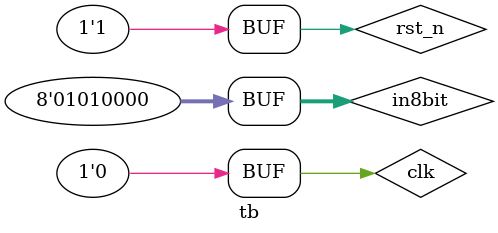
<source format=v>
`timescale 1ns / 1ps

module tb;

    // Inputs
    reg clk;
    reg rst_n;
    reg [7:0] in8bit;

    // Outputs
    wire [7:0] out8bit;

    // Instantiate the Unit Under Test (UUT)
    tt_um_sunaofurukawa_cpu_8bit uut (
        .clk(clk),
        .rst_n(rst_n),
        .in8bit(in8bit),
        .out8bit(out8bit)
    );

    initial begin
        // Initialize Inputs
        clk = 0;
        rst_n = 0;
        in8bit = 0;

        // Wait for 100 ns for global reset to finish
        #100;
        
        // De-assert the reset
        rst_n = 1;
        
        // Wait for 20 ns for internal operations to stabilize
        #20;

        // ADD operation: Add 5 to regA
        in8bit = 8'b00010001;  
        #20;

        // SUB operation: Subtract 3 from regA
        in8bit = 8'b00100011;  
        #20;

        // AND operation: Perform bitwise AND with regA and 4
        in8bit = 8'b00110100;  
        #20;

        // OR operation: Perform bitwise OR with regA and 2
        in8bit = 8'b01000010;  
        #20;

        // NOT operation: Perform bitwise NOT on regA
        in8bit = 8'b01010000;  
        #20;
        
    end

endmodule
</source>
